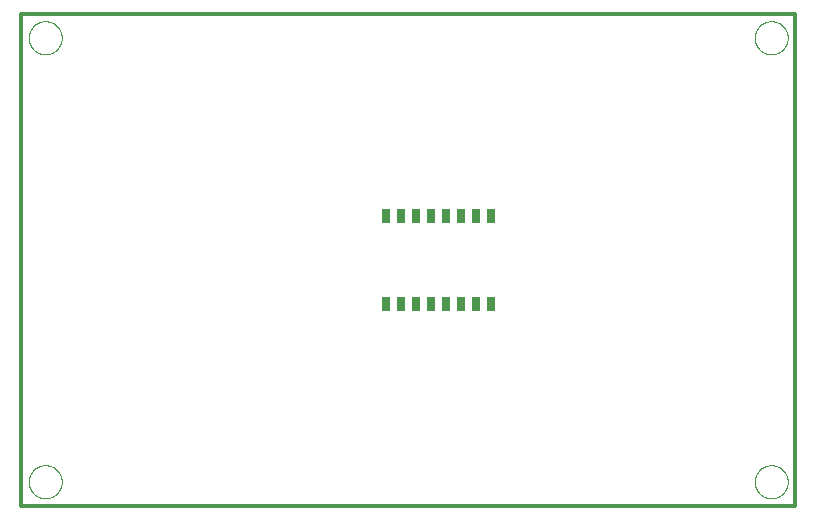
<source format=gbp>
G75*
%MOIN*%
%OFA0B0*%
%FSLAX25Y25*%
%IPPOS*%
%LPD*%
%AMOC8*
5,1,8,0,0,1.08239X$1,22.5*
%
%ADD10C,0.00000*%
%ADD11C,0.01200*%
%ADD12R,0.03000X0.05000*%
D10*
X0004288Y0009800D02*
X0004290Y0009948D01*
X0004296Y0010096D01*
X0004306Y0010244D01*
X0004320Y0010391D01*
X0004338Y0010538D01*
X0004359Y0010684D01*
X0004385Y0010830D01*
X0004415Y0010975D01*
X0004448Y0011119D01*
X0004486Y0011262D01*
X0004527Y0011404D01*
X0004572Y0011545D01*
X0004620Y0011685D01*
X0004673Y0011824D01*
X0004729Y0011961D01*
X0004789Y0012096D01*
X0004852Y0012230D01*
X0004919Y0012362D01*
X0004990Y0012492D01*
X0005064Y0012620D01*
X0005141Y0012746D01*
X0005222Y0012870D01*
X0005306Y0012992D01*
X0005393Y0013111D01*
X0005484Y0013228D01*
X0005578Y0013343D01*
X0005674Y0013455D01*
X0005774Y0013565D01*
X0005876Y0013671D01*
X0005982Y0013775D01*
X0006090Y0013876D01*
X0006201Y0013974D01*
X0006314Y0014070D01*
X0006430Y0014162D01*
X0006548Y0014251D01*
X0006669Y0014336D01*
X0006792Y0014419D01*
X0006917Y0014498D01*
X0007044Y0014574D01*
X0007173Y0014646D01*
X0007304Y0014715D01*
X0007437Y0014780D01*
X0007572Y0014841D01*
X0007708Y0014899D01*
X0007845Y0014954D01*
X0007984Y0015004D01*
X0008125Y0015051D01*
X0008266Y0015094D01*
X0008409Y0015134D01*
X0008553Y0015169D01*
X0008697Y0015201D01*
X0008843Y0015228D01*
X0008989Y0015252D01*
X0009136Y0015272D01*
X0009283Y0015288D01*
X0009430Y0015300D01*
X0009578Y0015308D01*
X0009726Y0015312D01*
X0009874Y0015312D01*
X0010022Y0015308D01*
X0010170Y0015300D01*
X0010317Y0015288D01*
X0010464Y0015272D01*
X0010611Y0015252D01*
X0010757Y0015228D01*
X0010903Y0015201D01*
X0011047Y0015169D01*
X0011191Y0015134D01*
X0011334Y0015094D01*
X0011475Y0015051D01*
X0011616Y0015004D01*
X0011755Y0014954D01*
X0011892Y0014899D01*
X0012028Y0014841D01*
X0012163Y0014780D01*
X0012296Y0014715D01*
X0012427Y0014646D01*
X0012556Y0014574D01*
X0012683Y0014498D01*
X0012808Y0014419D01*
X0012931Y0014336D01*
X0013052Y0014251D01*
X0013170Y0014162D01*
X0013286Y0014070D01*
X0013399Y0013974D01*
X0013510Y0013876D01*
X0013618Y0013775D01*
X0013724Y0013671D01*
X0013826Y0013565D01*
X0013926Y0013455D01*
X0014022Y0013343D01*
X0014116Y0013228D01*
X0014207Y0013111D01*
X0014294Y0012992D01*
X0014378Y0012870D01*
X0014459Y0012746D01*
X0014536Y0012620D01*
X0014610Y0012492D01*
X0014681Y0012362D01*
X0014748Y0012230D01*
X0014811Y0012096D01*
X0014871Y0011961D01*
X0014927Y0011824D01*
X0014980Y0011685D01*
X0015028Y0011545D01*
X0015073Y0011404D01*
X0015114Y0011262D01*
X0015152Y0011119D01*
X0015185Y0010975D01*
X0015215Y0010830D01*
X0015241Y0010684D01*
X0015262Y0010538D01*
X0015280Y0010391D01*
X0015294Y0010244D01*
X0015304Y0010096D01*
X0015310Y0009948D01*
X0015312Y0009800D01*
X0015310Y0009652D01*
X0015304Y0009504D01*
X0015294Y0009356D01*
X0015280Y0009209D01*
X0015262Y0009062D01*
X0015241Y0008916D01*
X0015215Y0008770D01*
X0015185Y0008625D01*
X0015152Y0008481D01*
X0015114Y0008338D01*
X0015073Y0008196D01*
X0015028Y0008055D01*
X0014980Y0007915D01*
X0014927Y0007776D01*
X0014871Y0007639D01*
X0014811Y0007504D01*
X0014748Y0007370D01*
X0014681Y0007238D01*
X0014610Y0007108D01*
X0014536Y0006980D01*
X0014459Y0006854D01*
X0014378Y0006730D01*
X0014294Y0006608D01*
X0014207Y0006489D01*
X0014116Y0006372D01*
X0014022Y0006257D01*
X0013926Y0006145D01*
X0013826Y0006035D01*
X0013724Y0005929D01*
X0013618Y0005825D01*
X0013510Y0005724D01*
X0013399Y0005626D01*
X0013286Y0005530D01*
X0013170Y0005438D01*
X0013052Y0005349D01*
X0012931Y0005264D01*
X0012808Y0005181D01*
X0012683Y0005102D01*
X0012556Y0005026D01*
X0012427Y0004954D01*
X0012296Y0004885D01*
X0012163Y0004820D01*
X0012028Y0004759D01*
X0011892Y0004701D01*
X0011755Y0004646D01*
X0011616Y0004596D01*
X0011475Y0004549D01*
X0011334Y0004506D01*
X0011191Y0004466D01*
X0011047Y0004431D01*
X0010903Y0004399D01*
X0010757Y0004372D01*
X0010611Y0004348D01*
X0010464Y0004328D01*
X0010317Y0004312D01*
X0010170Y0004300D01*
X0010022Y0004292D01*
X0009874Y0004288D01*
X0009726Y0004288D01*
X0009578Y0004292D01*
X0009430Y0004300D01*
X0009283Y0004312D01*
X0009136Y0004328D01*
X0008989Y0004348D01*
X0008843Y0004372D01*
X0008697Y0004399D01*
X0008553Y0004431D01*
X0008409Y0004466D01*
X0008266Y0004506D01*
X0008125Y0004549D01*
X0007984Y0004596D01*
X0007845Y0004646D01*
X0007708Y0004701D01*
X0007572Y0004759D01*
X0007437Y0004820D01*
X0007304Y0004885D01*
X0007173Y0004954D01*
X0007044Y0005026D01*
X0006917Y0005102D01*
X0006792Y0005181D01*
X0006669Y0005264D01*
X0006548Y0005349D01*
X0006430Y0005438D01*
X0006314Y0005530D01*
X0006201Y0005626D01*
X0006090Y0005724D01*
X0005982Y0005825D01*
X0005876Y0005929D01*
X0005774Y0006035D01*
X0005674Y0006145D01*
X0005578Y0006257D01*
X0005484Y0006372D01*
X0005393Y0006489D01*
X0005306Y0006608D01*
X0005222Y0006730D01*
X0005141Y0006854D01*
X0005064Y0006980D01*
X0004990Y0007108D01*
X0004919Y0007238D01*
X0004852Y0007370D01*
X0004789Y0007504D01*
X0004729Y0007639D01*
X0004673Y0007776D01*
X0004620Y0007915D01*
X0004572Y0008055D01*
X0004527Y0008196D01*
X0004486Y0008338D01*
X0004448Y0008481D01*
X0004415Y0008625D01*
X0004385Y0008770D01*
X0004359Y0008916D01*
X0004338Y0009062D01*
X0004320Y0009209D01*
X0004306Y0009356D01*
X0004296Y0009504D01*
X0004290Y0009652D01*
X0004288Y0009800D01*
X0004288Y0157800D02*
X0004290Y0157948D01*
X0004296Y0158096D01*
X0004306Y0158244D01*
X0004320Y0158391D01*
X0004338Y0158538D01*
X0004359Y0158684D01*
X0004385Y0158830D01*
X0004415Y0158975D01*
X0004448Y0159119D01*
X0004486Y0159262D01*
X0004527Y0159404D01*
X0004572Y0159545D01*
X0004620Y0159685D01*
X0004673Y0159824D01*
X0004729Y0159961D01*
X0004789Y0160096D01*
X0004852Y0160230D01*
X0004919Y0160362D01*
X0004990Y0160492D01*
X0005064Y0160620D01*
X0005141Y0160746D01*
X0005222Y0160870D01*
X0005306Y0160992D01*
X0005393Y0161111D01*
X0005484Y0161228D01*
X0005578Y0161343D01*
X0005674Y0161455D01*
X0005774Y0161565D01*
X0005876Y0161671D01*
X0005982Y0161775D01*
X0006090Y0161876D01*
X0006201Y0161974D01*
X0006314Y0162070D01*
X0006430Y0162162D01*
X0006548Y0162251D01*
X0006669Y0162336D01*
X0006792Y0162419D01*
X0006917Y0162498D01*
X0007044Y0162574D01*
X0007173Y0162646D01*
X0007304Y0162715D01*
X0007437Y0162780D01*
X0007572Y0162841D01*
X0007708Y0162899D01*
X0007845Y0162954D01*
X0007984Y0163004D01*
X0008125Y0163051D01*
X0008266Y0163094D01*
X0008409Y0163134D01*
X0008553Y0163169D01*
X0008697Y0163201D01*
X0008843Y0163228D01*
X0008989Y0163252D01*
X0009136Y0163272D01*
X0009283Y0163288D01*
X0009430Y0163300D01*
X0009578Y0163308D01*
X0009726Y0163312D01*
X0009874Y0163312D01*
X0010022Y0163308D01*
X0010170Y0163300D01*
X0010317Y0163288D01*
X0010464Y0163272D01*
X0010611Y0163252D01*
X0010757Y0163228D01*
X0010903Y0163201D01*
X0011047Y0163169D01*
X0011191Y0163134D01*
X0011334Y0163094D01*
X0011475Y0163051D01*
X0011616Y0163004D01*
X0011755Y0162954D01*
X0011892Y0162899D01*
X0012028Y0162841D01*
X0012163Y0162780D01*
X0012296Y0162715D01*
X0012427Y0162646D01*
X0012556Y0162574D01*
X0012683Y0162498D01*
X0012808Y0162419D01*
X0012931Y0162336D01*
X0013052Y0162251D01*
X0013170Y0162162D01*
X0013286Y0162070D01*
X0013399Y0161974D01*
X0013510Y0161876D01*
X0013618Y0161775D01*
X0013724Y0161671D01*
X0013826Y0161565D01*
X0013926Y0161455D01*
X0014022Y0161343D01*
X0014116Y0161228D01*
X0014207Y0161111D01*
X0014294Y0160992D01*
X0014378Y0160870D01*
X0014459Y0160746D01*
X0014536Y0160620D01*
X0014610Y0160492D01*
X0014681Y0160362D01*
X0014748Y0160230D01*
X0014811Y0160096D01*
X0014871Y0159961D01*
X0014927Y0159824D01*
X0014980Y0159685D01*
X0015028Y0159545D01*
X0015073Y0159404D01*
X0015114Y0159262D01*
X0015152Y0159119D01*
X0015185Y0158975D01*
X0015215Y0158830D01*
X0015241Y0158684D01*
X0015262Y0158538D01*
X0015280Y0158391D01*
X0015294Y0158244D01*
X0015304Y0158096D01*
X0015310Y0157948D01*
X0015312Y0157800D01*
X0015310Y0157652D01*
X0015304Y0157504D01*
X0015294Y0157356D01*
X0015280Y0157209D01*
X0015262Y0157062D01*
X0015241Y0156916D01*
X0015215Y0156770D01*
X0015185Y0156625D01*
X0015152Y0156481D01*
X0015114Y0156338D01*
X0015073Y0156196D01*
X0015028Y0156055D01*
X0014980Y0155915D01*
X0014927Y0155776D01*
X0014871Y0155639D01*
X0014811Y0155504D01*
X0014748Y0155370D01*
X0014681Y0155238D01*
X0014610Y0155108D01*
X0014536Y0154980D01*
X0014459Y0154854D01*
X0014378Y0154730D01*
X0014294Y0154608D01*
X0014207Y0154489D01*
X0014116Y0154372D01*
X0014022Y0154257D01*
X0013926Y0154145D01*
X0013826Y0154035D01*
X0013724Y0153929D01*
X0013618Y0153825D01*
X0013510Y0153724D01*
X0013399Y0153626D01*
X0013286Y0153530D01*
X0013170Y0153438D01*
X0013052Y0153349D01*
X0012931Y0153264D01*
X0012808Y0153181D01*
X0012683Y0153102D01*
X0012556Y0153026D01*
X0012427Y0152954D01*
X0012296Y0152885D01*
X0012163Y0152820D01*
X0012028Y0152759D01*
X0011892Y0152701D01*
X0011755Y0152646D01*
X0011616Y0152596D01*
X0011475Y0152549D01*
X0011334Y0152506D01*
X0011191Y0152466D01*
X0011047Y0152431D01*
X0010903Y0152399D01*
X0010757Y0152372D01*
X0010611Y0152348D01*
X0010464Y0152328D01*
X0010317Y0152312D01*
X0010170Y0152300D01*
X0010022Y0152292D01*
X0009874Y0152288D01*
X0009726Y0152288D01*
X0009578Y0152292D01*
X0009430Y0152300D01*
X0009283Y0152312D01*
X0009136Y0152328D01*
X0008989Y0152348D01*
X0008843Y0152372D01*
X0008697Y0152399D01*
X0008553Y0152431D01*
X0008409Y0152466D01*
X0008266Y0152506D01*
X0008125Y0152549D01*
X0007984Y0152596D01*
X0007845Y0152646D01*
X0007708Y0152701D01*
X0007572Y0152759D01*
X0007437Y0152820D01*
X0007304Y0152885D01*
X0007173Y0152954D01*
X0007044Y0153026D01*
X0006917Y0153102D01*
X0006792Y0153181D01*
X0006669Y0153264D01*
X0006548Y0153349D01*
X0006430Y0153438D01*
X0006314Y0153530D01*
X0006201Y0153626D01*
X0006090Y0153724D01*
X0005982Y0153825D01*
X0005876Y0153929D01*
X0005774Y0154035D01*
X0005674Y0154145D01*
X0005578Y0154257D01*
X0005484Y0154372D01*
X0005393Y0154489D01*
X0005306Y0154608D01*
X0005222Y0154730D01*
X0005141Y0154854D01*
X0005064Y0154980D01*
X0004990Y0155108D01*
X0004919Y0155238D01*
X0004852Y0155370D01*
X0004789Y0155504D01*
X0004729Y0155639D01*
X0004673Y0155776D01*
X0004620Y0155915D01*
X0004572Y0156055D01*
X0004527Y0156196D01*
X0004486Y0156338D01*
X0004448Y0156481D01*
X0004415Y0156625D01*
X0004385Y0156770D01*
X0004359Y0156916D01*
X0004338Y0157062D01*
X0004320Y0157209D01*
X0004306Y0157356D01*
X0004296Y0157504D01*
X0004290Y0157652D01*
X0004288Y0157800D01*
X0246288Y0157800D02*
X0246290Y0157948D01*
X0246296Y0158096D01*
X0246306Y0158244D01*
X0246320Y0158391D01*
X0246338Y0158538D01*
X0246359Y0158684D01*
X0246385Y0158830D01*
X0246415Y0158975D01*
X0246448Y0159119D01*
X0246486Y0159262D01*
X0246527Y0159404D01*
X0246572Y0159545D01*
X0246620Y0159685D01*
X0246673Y0159824D01*
X0246729Y0159961D01*
X0246789Y0160096D01*
X0246852Y0160230D01*
X0246919Y0160362D01*
X0246990Y0160492D01*
X0247064Y0160620D01*
X0247141Y0160746D01*
X0247222Y0160870D01*
X0247306Y0160992D01*
X0247393Y0161111D01*
X0247484Y0161228D01*
X0247578Y0161343D01*
X0247674Y0161455D01*
X0247774Y0161565D01*
X0247876Y0161671D01*
X0247982Y0161775D01*
X0248090Y0161876D01*
X0248201Y0161974D01*
X0248314Y0162070D01*
X0248430Y0162162D01*
X0248548Y0162251D01*
X0248669Y0162336D01*
X0248792Y0162419D01*
X0248917Y0162498D01*
X0249044Y0162574D01*
X0249173Y0162646D01*
X0249304Y0162715D01*
X0249437Y0162780D01*
X0249572Y0162841D01*
X0249708Y0162899D01*
X0249845Y0162954D01*
X0249984Y0163004D01*
X0250125Y0163051D01*
X0250266Y0163094D01*
X0250409Y0163134D01*
X0250553Y0163169D01*
X0250697Y0163201D01*
X0250843Y0163228D01*
X0250989Y0163252D01*
X0251136Y0163272D01*
X0251283Y0163288D01*
X0251430Y0163300D01*
X0251578Y0163308D01*
X0251726Y0163312D01*
X0251874Y0163312D01*
X0252022Y0163308D01*
X0252170Y0163300D01*
X0252317Y0163288D01*
X0252464Y0163272D01*
X0252611Y0163252D01*
X0252757Y0163228D01*
X0252903Y0163201D01*
X0253047Y0163169D01*
X0253191Y0163134D01*
X0253334Y0163094D01*
X0253475Y0163051D01*
X0253616Y0163004D01*
X0253755Y0162954D01*
X0253892Y0162899D01*
X0254028Y0162841D01*
X0254163Y0162780D01*
X0254296Y0162715D01*
X0254427Y0162646D01*
X0254556Y0162574D01*
X0254683Y0162498D01*
X0254808Y0162419D01*
X0254931Y0162336D01*
X0255052Y0162251D01*
X0255170Y0162162D01*
X0255286Y0162070D01*
X0255399Y0161974D01*
X0255510Y0161876D01*
X0255618Y0161775D01*
X0255724Y0161671D01*
X0255826Y0161565D01*
X0255926Y0161455D01*
X0256022Y0161343D01*
X0256116Y0161228D01*
X0256207Y0161111D01*
X0256294Y0160992D01*
X0256378Y0160870D01*
X0256459Y0160746D01*
X0256536Y0160620D01*
X0256610Y0160492D01*
X0256681Y0160362D01*
X0256748Y0160230D01*
X0256811Y0160096D01*
X0256871Y0159961D01*
X0256927Y0159824D01*
X0256980Y0159685D01*
X0257028Y0159545D01*
X0257073Y0159404D01*
X0257114Y0159262D01*
X0257152Y0159119D01*
X0257185Y0158975D01*
X0257215Y0158830D01*
X0257241Y0158684D01*
X0257262Y0158538D01*
X0257280Y0158391D01*
X0257294Y0158244D01*
X0257304Y0158096D01*
X0257310Y0157948D01*
X0257312Y0157800D01*
X0257310Y0157652D01*
X0257304Y0157504D01*
X0257294Y0157356D01*
X0257280Y0157209D01*
X0257262Y0157062D01*
X0257241Y0156916D01*
X0257215Y0156770D01*
X0257185Y0156625D01*
X0257152Y0156481D01*
X0257114Y0156338D01*
X0257073Y0156196D01*
X0257028Y0156055D01*
X0256980Y0155915D01*
X0256927Y0155776D01*
X0256871Y0155639D01*
X0256811Y0155504D01*
X0256748Y0155370D01*
X0256681Y0155238D01*
X0256610Y0155108D01*
X0256536Y0154980D01*
X0256459Y0154854D01*
X0256378Y0154730D01*
X0256294Y0154608D01*
X0256207Y0154489D01*
X0256116Y0154372D01*
X0256022Y0154257D01*
X0255926Y0154145D01*
X0255826Y0154035D01*
X0255724Y0153929D01*
X0255618Y0153825D01*
X0255510Y0153724D01*
X0255399Y0153626D01*
X0255286Y0153530D01*
X0255170Y0153438D01*
X0255052Y0153349D01*
X0254931Y0153264D01*
X0254808Y0153181D01*
X0254683Y0153102D01*
X0254556Y0153026D01*
X0254427Y0152954D01*
X0254296Y0152885D01*
X0254163Y0152820D01*
X0254028Y0152759D01*
X0253892Y0152701D01*
X0253755Y0152646D01*
X0253616Y0152596D01*
X0253475Y0152549D01*
X0253334Y0152506D01*
X0253191Y0152466D01*
X0253047Y0152431D01*
X0252903Y0152399D01*
X0252757Y0152372D01*
X0252611Y0152348D01*
X0252464Y0152328D01*
X0252317Y0152312D01*
X0252170Y0152300D01*
X0252022Y0152292D01*
X0251874Y0152288D01*
X0251726Y0152288D01*
X0251578Y0152292D01*
X0251430Y0152300D01*
X0251283Y0152312D01*
X0251136Y0152328D01*
X0250989Y0152348D01*
X0250843Y0152372D01*
X0250697Y0152399D01*
X0250553Y0152431D01*
X0250409Y0152466D01*
X0250266Y0152506D01*
X0250125Y0152549D01*
X0249984Y0152596D01*
X0249845Y0152646D01*
X0249708Y0152701D01*
X0249572Y0152759D01*
X0249437Y0152820D01*
X0249304Y0152885D01*
X0249173Y0152954D01*
X0249044Y0153026D01*
X0248917Y0153102D01*
X0248792Y0153181D01*
X0248669Y0153264D01*
X0248548Y0153349D01*
X0248430Y0153438D01*
X0248314Y0153530D01*
X0248201Y0153626D01*
X0248090Y0153724D01*
X0247982Y0153825D01*
X0247876Y0153929D01*
X0247774Y0154035D01*
X0247674Y0154145D01*
X0247578Y0154257D01*
X0247484Y0154372D01*
X0247393Y0154489D01*
X0247306Y0154608D01*
X0247222Y0154730D01*
X0247141Y0154854D01*
X0247064Y0154980D01*
X0246990Y0155108D01*
X0246919Y0155238D01*
X0246852Y0155370D01*
X0246789Y0155504D01*
X0246729Y0155639D01*
X0246673Y0155776D01*
X0246620Y0155915D01*
X0246572Y0156055D01*
X0246527Y0156196D01*
X0246486Y0156338D01*
X0246448Y0156481D01*
X0246415Y0156625D01*
X0246385Y0156770D01*
X0246359Y0156916D01*
X0246338Y0157062D01*
X0246320Y0157209D01*
X0246306Y0157356D01*
X0246296Y0157504D01*
X0246290Y0157652D01*
X0246288Y0157800D01*
X0246288Y0009800D02*
X0246290Y0009948D01*
X0246296Y0010096D01*
X0246306Y0010244D01*
X0246320Y0010391D01*
X0246338Y0010538D01*
X0246359Y0010684D01*
X0246385Y0010830D01*
X0246415Y0010975D01*
X0246448Y0011119D01*
X0246486Y0011262D01*
X0246527Y0011404D01*
X0246572Y0011545D01*
X0246620Y0011685D01*
X0246673Y0011824D01*
X0246729Y0011961D01*
X0246789Y0012096D01*
X0246852Y0012230D01*
X0246919Y0012362D01*
X0246990Y0012492D01*
X0247064Y0012620D01*
X0247141Y0012746D01*
X0247222Y0012870D01*
X0247306Y0012992D01*
X0247393Y0013111D01*
X0247484Y0013228D01*
X0247578Y0013343D01*
X0247674Y0013455D01*
X0247774Y0013565D01*
X0247876Y0013671D01*
X0247982Y0013775D01*
X0248090Y0013876D01*
X0248201Y0013974D01*
X0248314Y0014070D01*
X0248430Y0014162D01*
X0248548Y0014251D01*
X0248669Y0014336D01*
X0248792Y0014419D01*
X0248917Y0014498D01*
X0249044Y0014574D01*
X0249173Y0014646D01*
X0249304Y0014715D01*
X0249437Y0014780D01*
X0249572Y0014841D01*
X0249708Y0014899D01*
X0249845Y0014954D01*
X0249984Y0015004D01*
X0250125Y0015051D01*
X0250266Y0015094D01*
X0250409Y0015134D01*
X0250553Y0015169D01*
X0250697Y0015201D01*
X0250843Y0015228D01*
X0250989Y0015252D01*
X0251136Y0015272D01*
X0251283Y0015288D01*
X0251430Y0015300D01*
X0251578Y0015308D01*
X0251726Y0015312D01*
X0251874Y0015312D01*
X0252022Y0015308D01*
X0252170Y0015300D01*
X0252317Y0015288D01*
X0252464Y0015272D01*
X0252611Y0015252D01*
X0252757Y0015228D01*
X0252903Y0015201D01*
X0253047Y0015169D01*
X0253191Y0015134D01*
X0253334Y0015094D01*
X0253475Y0015051D01*
X0253616Y0015004D01*
X0253755Y0014954D01*
X0253892Y0014899D01*
X0254028Y0014841D01*
X0254163Y0014780D01*
X0254296Y0014715D01*
X0254427Y0014646D01*
X0254556Y0014574D01*
X0254683Y0014498D01*
X0254808Y0014419D01*
X0254931Y0014336D01*
X0255052Y0014251D01*
X0255170Y0014162D01*
X0255286Y0014070D01*
X0255399Y0013974D01*
X0255510Y0013876D01*
X0255618Y0013775D01*
X0255724Y0013671D01*
X0255826Y0013565D01*
X0255926Y0013455D01*
X0256022Y0013343D01*
X0256116Y0013228D01*
X0256207Y0013111D01*
X0256294Y0012992D01*
X0256378Y0012870D01*
X0256459Y0012746D01*
X0256536Y0012620D01*
X0256610Y0012492D01*
X0256681Y0012362D01*
X0256748Y0012230D01*
X0256811Y0012096D01*
X0256871Y0011961D01*
X0256927Y0011824D01*
X0256980Y0011685D01*
X0257028Y0011545D01*
X0257073Y0011404D01*
X0257114Y0011262D01*
X0257152Y0011119D01*
X0257185Y0010975D01*
X0257215Y0010830D01*
X0257241Y0010684D01*
X0257262Y0010538D01*
X0257280Y0010391D01*
X0257294Y0010244D01*
X0257304Y0010096D01*
X0257310Y0009948D01*
X0257312Y0009800D01*
X0257310Y0009652D01*
X0257304Y0009504D01*
X0257294Y0009356D01*
X0257280Y0009209D01*
X0257262Y0009062D01*
X0257241Y0008916D01*
X0257215Y0008770D01*
X0257185Y0008625D01*
X0257152Y0008481D01*
X0257114Y0008338D01*
X0257073Y0008196D01*
X0257028Y0008055D01*
X0256980Y0007915D01*
X0256927Y0007776D01*
X0256871Y0007639D01*
X0256811Y0007504D01*
X0256748Y0007370D01*
X0256681Y0007238D01*
X0256610Y0007108D01*
X0256536Y0006980D01*
X0256459Y0006854D01*
X0256378Y0006730D01*
X0256294Y0006608D01*
X0256207Y0006489D01*
X0256116Y0006372D01*
X0256022Y0006257D01*
X0255926Y0006145D01*
X0255826Y0006035D01*
X0255724Y0005929D01*
X0255618Y0005825D01*
X0255510Y0005724D01*
X0255399Y0005626D01*
X0255286Y0005530D01*
X0255170Y0005438D01*
X0255052Y0005349D01*
X0254931Y0005264D01*
X0254808Y0005181D01*
X0254683Y0005102D01*
X0254556Y0005026D01*
X0254427Y0004954D01*
X0254296Y0004885D01*
X0254163Y0004820D01*
X0254028Y0004759D01*
X0253892Y0004701D01*
X0253755Y0004646D01*
X0253616Y0004596D01*
X0253475Y0004549D01*
X0253334Y0004506D01*
X0253191Y0004466D01*
X0253047Y0004431D01*
X0252903Y0004399D01*
X0252757Y0004372D01*
X0252611Y0004348D01*
X0252464Y0004328D01*
X0252317Y0004312D01*
X0252170Y0004300D01*
X0252022Y0004292D01*
X0251874Y0004288D01*
X0251726Y0004288D01*
X0251578Y0004292D01*
X0251430Y0004300D01*
X0251283Y0004312D01*
X0251136Y0004328D01*
X0250989Y0004348D01*
X0250843Y0004372D01*
X0250697Y0004399D01*
X0250553Y0004431D01*
X0250409Y0004466D01*
X0250266Y0004506D01*
X0250125Y0004549D01*
X0249984Y0004596D01*
X0249845Y0004646D01*
X0249708Y0004701D01*
X0249572Y0004759D01*
X0249437Y0004820D01*
X0249304Y0004885D01*
X0249173Y0004954D01*
X0249044Y0005026D01*
X0248917Y0005102D01*
X0248792Y0005181D01*
X0248669Y0005264D01*
X0248548Y0005349D01*
X0248430Y0005438D01*
X0248314Y0005530D01*
X0248201Y0005626D01*
X0248090Y0005724D01*
X0247982Y0005825D01*
X0247876Y0005929D01*
X0247774Y0006035D01*
X0247674Y0006145D01*
X0247578Y0006257D01*
X0247484Y0006372D01*
X0247393Y0006489D01*
X0247306Y0006608D01*
X0247222Y0006730D01*
X0247141Y0006854D01*
X0247064Y0006980D01*
X0246990Y0007108D01*
X0246919Y0007238D01*
X0246852Y0007370D01*
X0246789Y0007504D01*
X0246729Y0007639D01*
X0246673Y0007776D01*
X0246620Y0007915D01*
X0246572Y0008055D01*
X0246527Y0008196D01*
X0246486Y0008338D01*
X0246448Y0008481D01*
X0246415Y0008625D01*
X0246385Y0008770D01*
X0246359Y0008916D01*
X0246338Y0009062D01*
X0246320Y0009209D01*
X0246306Y0009356D01*
X0246296Y0009504D01*
X0246290Y0009652D01*
X0246288Y0009800D01*
D11*
X0001800Y0001800D02*
X0001800Y0165501D01*
X0001800Y0165800D02*
X0259800Y0165800D01*
X0259800Y0001800D01*
X0259721Y0001800D02*
X0001800Y0001800D01*
D12*
X0123300Y0069233D03*
X0128300Y0069233D03*
X0133300Y0069233D03*
X0138300Y0069233D03*
X0143300Y0069233D03*
X0148300Y0069233D03*
X0153300Y0069233D03*
X0158300Y0069233D03*
X0158300Y0098367D03*
X0153300Y0098367D03*
X0148300Y0098367D03*
X0143300Y0098367D03*
X0138300Y0098367D03*
X0133300Y0098367D03*
X0128300Y0098367D03*
X0123300Y0098367D03*
M02*

</source>
